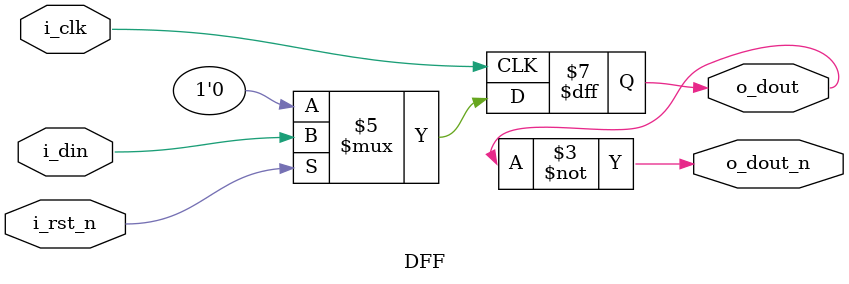
<source format=sv>
`timescale 1ns / 1ps


module DFF(
input i_clk,
input i_rst_n,
input i_din,
output reg o_dout,
output reg o_dout_n
    );
    always@(posedge i_clk) begin
        if(!i_rst_n) o_dout <= 'b0;
        else o_dout <= i_din;
    end
    assign o_dout_n = ~o_dout;
endmodule

</source>
